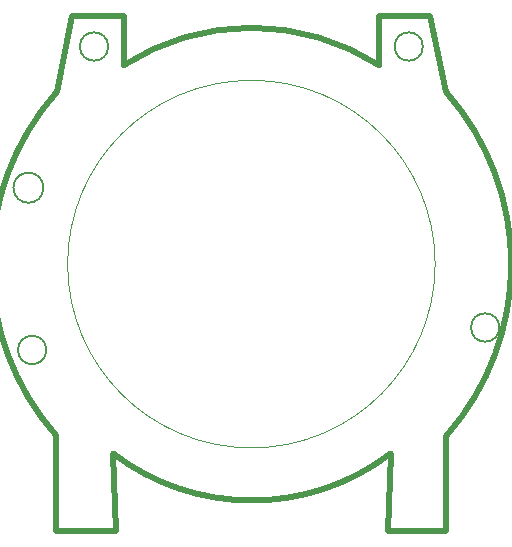
<source format=gbr>
%TF.GenerationSoftware,KiCad,Pcbnew,6.0.7-1.fc35*%
%TF.CreationDate,2022-12-09T22:28:57+01:00*%
%TF.ProjectId,ring,72696e67-2e6b-4696-9361-645f70636258,rev?*%
%TF.SameCoordinates,Original*%
%TF.FileFunction,Profile,NP*%
%FSLAX46Y46*%
G04 Gerber Fmt 4.6, Leading zero omitted, Abs format (unit mm)*
G04 Created by KiCad (PCBNEW 6.0.7-1.fc35) date 2022-12-09 22:28:57*
%MOMM*%
%LPD*%
G01*
G04 APERTURE LIST*
%TA.AperFunction,Profile*%
%ADD10C,0.500000*%
%TD*%
%TA.AperFunction,Profile*%
%ADD11C,0.100000*%
%TD*%
%TA.AperFunction,Profile*%
%ADD12C,0.200000*%
%TD*%
G04 APERTURE END LIST*
D10*
X167643265Y-109646292D02*
G75*
G03*
X167643267Y-80553709I-16503265J14546292D01*
G01*
X139439981Y-111140025D02*
G75*
G03*
X151180000Y-115110000I11700119J15255825D01*
G01*
X162920000Y-111140000D02*
X162700000Y-117700000D01*
X161961066Y-78268344D02*
G75*
G03*
X151140000Y-75090000I-10821066J-16831656D01*
G01*
D11*
X166700000Y-95100000D02*
G75*
G03*
X166700000Y-95100000I-15560000J0D01*
G01*
D10*
X166290000Y-74090000D02*
X167643267Y-80553709D01*
D12*
X133780000Y-102370000D02*
G75*
G03*
X133780000Y-102370000I-1200000J0D01*
G01*
D10*
X167643266Y-109646293D02*
X167600000Y-117700000D01*
X140320000Y-74090000D02*
X140320000Y-78270000D01*
X140320000Y-74090000D02*
X135990000Y-74090000D01*
D12*
X172130000Y-100470000D02*
G75*
G03*
X172130000Y-100470000I-1200000J0D01*
G01*
D10*
X161960000Y-74090000D02*
X161960000Y-78270000D01*
X139660000Y-117700000D02*
X134600000Y-117700000D01*
X151180000Y-115109969D02*
G75*
G03*
X162920000Y-111140000I39900J19225769D01*
G01*
X139660000Y-117700000D02*
X139440000Y-111140000D01*
X162700000Y-117700000D02*
X167600000Y-117700000D01*
X151140000Y-75090000D02*
G75*
G03*
X140318935Y-78268344I0J-20010000D01*
G01*
X134636734Y-109646293D02*
X134600000Y-117700000D01*
X135990000Y-74090000D02*
X134640001Y-80550001D01*
D12*
X139020000Y-76680000D02*
G75*
G03*
X139020000Y-76680000I-1200000J0D01*
G01*
D10*
X134640001Y-80550001D02*
G75*
G03*
X134636734Y-109646293I16499999J-14549999D01*
G01*
D12*
X165660000Y-76680000D02*
G75*
G03*
X165660000Y-76680000I-1200000J0D01*
G01*
X133529998Y-88631545D02*
G75*
G03*
X133529998Y-88631545I-1270000J0D01*
G01*
D10*
X161960000Y-74090000D02*
X166290000Y-74090000D01*
M02*

</source>
